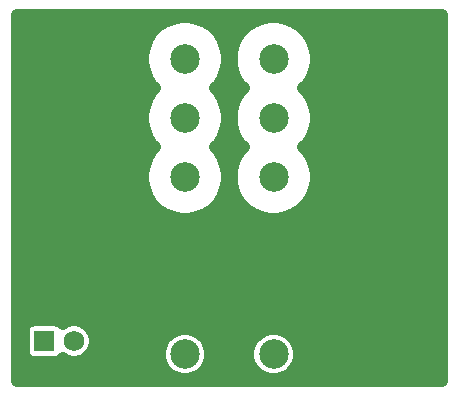
<source format=gbr>
%TF.GenerationSoftware,KiCad,Pcbnew,(5.1.4)-1*%
%TF.CreationDate,2020-02-28T23:00:37+08:00*%
%TF.ProjectId,Relay,52656c61-792e-46b6-9963-61645f706362,rev?*%
%TF.SameCoordinates,Original*%
%TF.FileFunction,Copper,L2,Bot*%
%TF.FilePolarity,Positive*%
%FSLAX46Y46*%
G04 Gerber Fmt 4.6, Leading zero omitted, Abs format (unit mm)*
G04 Created by KiCad (PCBNEW (5.1.4)-1) date 2020-02-28 23:00:37*
%MOMM*%
%LPD*%
G04 APERTURE LIST*
%ADD10C,1.750000*%
%ADD11R,1.750000X1.750000*%
%ADD12C,0.800000*%
%ADD13C,6.000000*%
%ADD14C,2.500000*%
%ADD15C,1.000000*%
%ADD16C,0.350000*%
G04 APERTURE END LIST*
D10*
X70600000Y-67900000D03*
D11*
X68100000Y-67900000D03*
D12*
X97556810Y-59812500D03*
X97556810Y-62187500D03*
X95500000Y-63375000D03*
X93443190Y-62187500D03*
X93443190Y-59812500D03*
X95500000Y-58625000D03*
D13*
X95500000Y-61000000D03*
D12*
X74056810Y-59812500D03*
X74056810Y-62187500D03*
X72000000Y-63375000D03*
X69943190Y-62187500D03*
X69943190Y-59812500D03*
X72000000Y-58625000D03*
D13*
X72000000Y-61000000D03*
D14*
X87500000Y-44000000D03*
X87500000Y-49000000D03*
X87500000Y-54000000D03*
X80000000Y-44000000D03*
X80000000Y-49000000D03*
X80000000Y-54000000D03*
X87500000Y-69000000D03*
X80000000Y-69000000D03*
D12*
X75500000Y-43000000D03*
X75500000Y-45500000D03*
X75500000Y-40500000D03*
X73500000Y-43000000D03*
X71500000Y-43000000D03*
X69500000Y-43000000D03*
X67500000Y-43000000D03*
X66000000Y-43000000D03*
X73500000Y-40500000D03*
X71500000Y-40500000D03*
X69500000Y-40500000D03*
X67500000Y-40500000D03*
X66000000Y-40500000D03*
X73500000Y-45500000D03*
X71500000Y-45500000D03*
X69500000Y-45500000D03*
X67500000Y-45500000D03*
X66000000Y-45500000D03*
X66000000Y-48000000D03*
X66000000Y-50500000D03*
X66000000Y-53000000D03*
X67500000Y-53000000D03*
X69500000Y-53000000D03*
X71500000Y-53000000D03*
X73500000Y-53000000D03*
X75500000Y-53000000D03*
X75500000Y-55500000D03*
X73500000Y-55500000D03*
X71500000Y-55500000D03*
X69500000Y-55500000D03*
X67500000Y-55500000D03*
X66000000Y-55500000D03*
X66000000Y-58000000D03*
X67500000Y-58000000D03*
X75500000Y-58000000D03*
X91500000Y-40500000D03*
X93500000Y-40500000D03*
X95500000Y-40500000D03*
X97500000Y-40500000D03*
X99500000Y-40500000D03*
X101500000Y-40500000D03*
X101500000Y-43000000D03*
X101500000Y-45500000D03*
X101500000Y-47500000D03*
X99500000Y-47500000D03*
X97500000Y-47500000D03*
X95500000Y-47500000D03*
X93500000Y-47500000D03*
X91500000Y-47500000D03*
X91500000Y-50000000D03*
X93500000Y-50000000D03*
X95500000Y-50000000D03*
X97500000Y-50000000D03*
X99500000Y-50000000D03*
X101500000Y-50000000D03*
X101500000Y-52500000D03*
X101500000Y-55000000D03*
X101500000Y-57500000D03*
X99500000Y-57500000D03*
X97500000Y-57500000D03*
X95500000Y-57500000D03*
X93500000Y-57500000D03*
X91500000Y-57500000D03*
X91500000Y-60000000D03*
X99500000Y-60000000D03*
X101500000Y-60000000D03*
X66000000Y-60500000D03*
X66000000Y-63000000D03*
X67500000Y-60500000D03*
X67500000Y-63000000D03*
X75500000Y-63000000D03*
X69500000Y-58000000D03*
X73500000Y-58000000D03*
X75500000Y-60500000D03*
X91500000Y-63000000D03*
X99500000Y-63000000D03*
X101500000Y-63000000D03*
X77500000Y-40500000D03*
X79500000Y-40500000D03*
X81500000Y-40500000D03*
X83500000Y-40500000D03*
X85500000Y-40500000D03*
X87500000Y-40500000D03*
X89500000Y-40500000D03*
X77500000Y-58000000D03*
X79500000Y-58000000D03*
X81500000Y-58000000D03*
X83500000Y-58000000D03*
X85500000Y-58000000D03*
X87500000Y-58000000D03*
X89500000Y-58000000D03*
X77500000Y-60500000D03*
X79500000Y-60500000D03*
X81500000Y-60500000D03*
X83500000Y-60500000D03*
X85500000Y-60500000D03*
X87500000Y-60500000D03*
X89500000Y-60500000D03*
X89500000Y-63000000D03*
X87500000Y-63000000D03*
X85500000Y-63000000D03*
X83500000Y-63000000D03*
X81500000Y-63000000D03*
X79500000Y-63000000D03*
X77500000Y-63000000D03*
D15*
G36*
X101740001Y-71240000D02*
G01*
X65760000Y-71240000D01*
X65760000Y-67025000D01*
X66339738Y-67025000D01*
X66339738Y-68775000D01*
X66356748Y-68947706D01*
X66407125Y-69113775D01*
X66488932Y-69266825D01*
X66599025Y-69400975D01*
X66733175Y-69511068D01*
X66886225Y-69592875D01*
X67052294Y-69643252D01*
X67225000Y-69660262D01*
X68975000Y-69660262D01*
X69147706Y-69643252D01*
X69313775Y-69592875D01*
X69466825Y-69511068D01*
X69600975Y-69400975D01*
X69630963Y-69364434D01*
X69768222Y-69456147D01*
X70087794Y-69588518D01*
X70427049Y-69656000D01*
X70772951Y-69656000D01*
X71112206Y-69588518D01*
X71431778Y-69456147D01*
X71719385Y-69263975D01*
X71963975Y-69019385D01*
X72117167Y-68790115D01*
X77869000Y-68790115D01*
X77869000Y-69209885D01*
X77950893Y-69621590D01*
X78111532Y-70009407D01*
X78344744Y-70358433D01*
X78641567Y-70655256D01*
X78990593Y-70888468D01*
X79378410Y-71049107D01*
X79790115Y-71131000D01*
X80209885Y-71131000D01*
X80621590Y-71049107D01*
X81009407Y-70888468D01*
X81358433Y-70655256D01*
X81655256Y-70358433D01*
X81888468Y-70009407D01*
X82049107Y-69621590D01*
X82131000Y-69209885D01*
X82131000Y-68790115D01*
X85369000Y-68790115D01*
X85369000Y-69209885D01*
X85450893Y-69621590D01*
X85611532Y-70009407D01*
X85844744Y-70358433D01*
X86141567Y-70655256D01*
X86490593Y-70888468D01*
X86878410Y-71049107D01*
X87290115Y-71131000D01*
X87709885Y-71131000D01*
X88121590Y-71049107D01*
X88509407Y-70888468D01*
X88858433Y-70655256D01*
X89155256Y-70358433D01*
X89388468Y-70009407D01*
X89549107Y-69621590D01*
X89631000Y-69209885D01*
X89631000Y-68790115D01*
X89549107Y-68378410D01*
X89388468Y-67990593D01*
X89155256Y-67641567D01*
X88858433Y-67344744D01*
X88509407Y-67111532D01*
X88121590Y-66950893D01*
X87709885Y-66869000D01*
X87290115Y-66869000D01*
X86878410Y-66950893D01*
X86490593Y-67111532D01*
X86141567Y-67344744D01*
X85844744Y-67641567D01*
X85611532Y-67990593D01*
X85450893Y-68378410D01*
X85369000Y-68790115D01*
X82131000Y-68790115D01*
X82049107Y-68378410D01*
X81888468Y-67990593D01*
X81655256Y-67641567D01*
X81358433Y-67344744D01*
X81009407Y-67111532D01*
X80621590Y-66950893D01*
X80209885Y-66869000D01*
X79790115Y-66869000D01*
X79378410Y-66950893D01*
X78990593Y-67111532D01*
X78641567Y-67344744D01*
X78344744Y-67641567D01*
X78111532Y-67990593D01*
X77950893Y-68378410D01*
X77869000Y-68790115D01*
X72117167Y-68790115D01*
X72156147Y-68731778D01*
X72288518Y-68412206D01*
X72356000Y-68072951D01*
X72356000Y-67727049D01*
X72288518Y-67387794D01*
X72156147Y-67068222D01*
X71963975Y-66780615D01*
X71719385Y-66536025D01*
X71431778Y-66343853D01*
X71112206Y-66211482D01*
X70772951Y-66144000D01*
X70427049Y-66144000D01*
X70087794Y-66211482D01*
X69768222Y-66343853D01*
X69630963Y-66435566D01*
X69600975Y-66399025D01*
X69466825Y-66288932D01*
X69313775Y-66207125D01*
X69147706Y-66156748D01*
X68975000Y-66139738D01*
X67225000Y-66139738D01*
X67052294Y-66156748D01*
X66886225Y-66207125D01*
X66733175Y-66288932D01*
X66599025Y-66399025D01*
X66488932Y-66533175D01*
X66407125Y-66686225D01*
X66356748Y-66852294D01*
X66339738Y-67025000D01*
X65760000Y-67025000D01*
X65760000Y-43650356D01*
X76450000Y-43650356D01*
X76450000Y-44349644D01*
X76586424Y-45035497D01*
X76854031Y-45681556D01*
X77242535Y-46262993D01*
X77479542Y-46500000D01*
X77242535Y-46737007D01*
X76854031Y-47318444D01*
X76586424Y-47964503D01*
X76450000Y-48650356D01*
X76450000Y-49349644D01*
X76586424Y-50035497D01*
X76854031Y-50681556D01*
X77242535Y-51262993D01*
X77479542Y-51500000D01*
X77242535Y-51737007D01*
X76854031Y-52318444D01*
X76586424Y-52964503D01*
X76450000Y-53650356D01*
X76450000Y-54349644D01*
X76586424Y-55035497D01*
X76854031Y-55681556D01*
X77242535Y-56262993D01*
X77737007Y-56757465D01*
X78318444Y-57145969D01*
X78964503Y-57413576D01*
X79650356Y-57550000D01*
X80349644Y-57550000D01*
X81035497Y-57413576D01*
X81681556Y-57145969D01*
X82262993Y-56757465D01*
X82757465Y-56262993D01*
X83145969Y-55681556D01*
X83413576Y-55035497D01*
X83550000Y-54349644D01*
X83550000Y-53650356D01*
X83413576Y-52964503D01*
X83145969Y-52318444D01*
X82757465Y-51737007D01*
X82520458Y-51500000D01*
X82757465Y-51262993D01*
X83145969Y-50681556D01*
X83413576Y-50035497D01*
X83550000Y-49349644D01*
X83550000Y-48650356D01*
X83413576Y-47964503D01*
X83145969Y-47318444D01*
X82757465Y-46737007D01*
X82520458Y-46500000D01*
X82757465Y-46262993D01*
X83145969Y-45681556D01*
X83413576Y-45035497D01*
X83550000Y-44349644D01*
X83550000Y-43650356D01*
X83950000Y-43650356D01*
X83950000Y-44349644D01*
X84086424Y-45035497D01*
X84354031Y-45681556D01*
X84742535Y-46262993D01*
X84979542Y-46500000D01*
X84742535Y-46737007D01*
X84354031Y-47318444D01*
X84086424Y-47964503D01*
X83950000Y-48650356D01*
X83950000Y-49349644D01*
X84086424Y-50035497D01*
X84354031Y-50681556D01*
X84742535Y-51262993D01*
X84979542Y-51500000D01*
X84742535Y-51737007D01*
X84354031Y-52318444D01*
X84086424Y-52964503D01*
X83950000Y-53650356D01*
X83950000Y-54349644D01*
X84086424Y-55035497D01*
X84354031Y-55681556D01*
X84742535Y-56262993D01*
X85237007Y-56757465D01*
X85818444Y-57145969D01*
X86464503Y-57413576D01*
X87150356Y-57550000D01*
X87849644Y-57550000D01*
X88535497Y-57413576D01*
X89181556Y-57145969D01*
X89762993Y-56757465D01*
X90257465Y-56262993D01*
X90645969Y-55681556D01*
X90913576Y-55035497D01*
X91050000Y-54349644D01*
X91050000Y-53650356D01*
X90913576Y-52964503D01*
X90645969Y-52318444D01*
X90257465Y-51737007D01*
X90020458Y-51500000D01*
X90257465Y-51262993D01*
X90645969Y-50681556D01*
X90913576Y-50035497D01*
X91050000Y-49349644D01*
X91050000Y-48650356D01*
X90913576Y-47964503D01*
X90645969Y-47318444D01*
X90257465Y-46737007D01*
X90020458Y-46500000D01*
X90257465Y-46262993D01*
X90645969Y-45681556D01*
X90913576Y-45035497D01*
X91050000Y-44349644D01*
X91050000Y-43650356D01*
X90913576Y-42964503D01*
X90645969Y-42318444D01*
X90257465Y-41737007D01*
X89762993Y-41242535D01*
X89181556Y-40854031D01*
X88535497Y-40586424D01*
X87849644Y-40450000D01*
X87150356Y-40450000D01*
X86464503Y-40586424D01*
X85818444Y-40854031D01*
X85237007Y-41242535D01*
X84742535Y-41737007D01*
X84354031Y-42318444D01*
X84086424Y-42964503D01*
X83950000Y-43650356D01*
X83550000Y-43650356D01*
X83413576Y-42964503D01*
X83145969Y-42318444D01*
X82757465Y-41737007D01*
X82262993Y-41242535D01*
X81681556Y-40854031D01*
X81035497Y-40586424D01*
X80349644Y-40450000D01*
X79650356Y-40450000D01*
X78964503Y-40586424D01*
X78318444Y-40854031D01*
X77737007Y-41242535D01*
X77242535Y-41737007D01*
X76854031Y-42318444D01*
X76586424Y-42964503D01*
X76450000Y-43650356D01*
X65760000Y-43650356D01*
X65760000Y-40260000D01*
X101740000Y-40260000D01*
X101740001Y-71240000D01*
X101740001Y-71240000D01*
G37*
X101740001Y-71240000D02*
X65760000Y-71240000D01*
X65760000Y-67025000D01*
X66339738Y-67025000D01*
X66339738Y-68775000D01*
X66356748Y-68947706D01*
X66407125Y-69113775D01*
X66488932Y-69266825D01*
X66599025Y-69400975D01*
X66733175Y-69511068D01*
X66886225Y-69592875D01*
X67052294Y-69643252D01*
X67225000Y-69660262D01*
X68975000Y-69660262D01*
X69147706Y-69643252D01*
X69313775Y-69592875D01*
X69466825Y-69511068D01*
X69600975Y-69400975D01*
X69630963Y-69364434D01*
X69768222Y-69456147D01*
X70087794Y-69588518D01*
X70427049Y-69656000D01*
X70772951Y-69656000D01*
X71112206Y-69588518D01*
X71431778Y-69456147D01*
X71719385Y-69263975D01*
X71963975Y-69019385D01*
X72117167Y-68790115D01*
X77869000Y-68790115D01*
X77869000Y-69209885D01*
X77950893Y-69621590D01*
X78111532Y-70009407D01*
X78344744Y-70358433D01*
X78641567Y-70655256D01*
X78990593Y-70888468D01*
X79378410Y-71049107D01*
X79790115Y-71131000D01*
X80209885Y-71131000D01*
X80621590Y-71049107D01*
X81009407Y-70888468D01*
X81358433Y-70655256D01*
X81655256Y-70358433D01*
X81888468Y-70009407D01*
X82049107Y-69621590D01*
X82131000Y-69209885D01*
X82131000Y-68790115D01*
X85369000Y-68790115D01*
X85369000Y-69209885D01*
X85450893Y-69621590D01*
X85611532Y-70009407D01*
X85844744Y-70358433D01*
X86141567Y-70655256D01*
X86490593Y-70888468D01*
X86878410Y-71049107D01*
X87290115Y-71131000D01*
X87709885Y-71131000D01*
X88121590Y-71049107D01*
X88509407Y-70888468D01*
X88858433Y-70655256D01*
X89155256Y-70358433D01*
X89388468Y-70009407D01*
X89549107Y-69621590D01*
X89631000Y-69209885D01*
X89631000Y-68790115D01*
X89549107Y-68378410D01*
X89388468Y-67990593D01*
X89155256Y-67641567D01*
X88858433Y-67344744D01*
X88509407Y-67111532D01*
X88121590Y-66950893D01*
X87709885Y-66869000D01*
X87290115Y-66869000D01*
X86878410Y-66950893D01*
X86490593Y-67111532D01*
X86141567Y-67344744D01*
X85844744Y-67641567D01*
X85611532Y-67990593D01*
X85450893Y-68378410D01*
X85369000Y-68790115D01*
X82131000Y-68790115D01*
X82049107Y-68378410D01*
X81888468Y-67990593D01*
X81655256Y-67641567D01*
X81358433Y-67344744D01*
X81009407Y-67111532D01*
X80621590Y-66950893D01*
X80209885Y-66869000D01*
X79790115Y-66869000D01*
X79378410Y-66950893D01*
X78990593Y-67111532D01*
X78641567Y-67344744D01*
X78344744Y-67641567D01*
X78111532Y-67990593D01*
X77950893Y-68378410D01*
X77869000Y-68790115D01*
X72117167Y-68790115D01*
X72156147Y-68731778D01*
X72288518Y-68412206D01*
X72356000Y-68072951D01*
X72356000Y-67727049D01*
X72288518Y-67387794D01*
X72156147Y-67068222D01*
X71963975Y-66780615D01*
X71719385Y-66536025D01*
X71431778Y-66343853D01*
X71112206Y-66211482D01*
X70772951Y-66144000D01*
X70427049Y-66144000D01*
X70087794Y-66211482D01*
X69768222Y-66343853D01*
X69630963Y-66435566D01*
X69600975Y-66399025D01*
X69466825Y-66288932D01*
X69313775Y-66207125D01*
X69147706Y-66156748D01*
X68975000Y-66139738D01*
X67225000Y-66139738D01*
X67052294Y-66156748D01*
X66886225Y-66207125D01*
X66733175Y-66288932D01*
X66599025Y-66399025D01*
X66488932Y-66533175D01*
X66407125Y-66686225D01*
X66356748Y-66852294D01*
X66339738Y-67025000D01*
X65760000Y-67025000D01*
X65760000Y-43650356D01*
X76450000Y-43650356D01*
X76450000Y-44349644D01*
X76586424Y-45035497D01*
X76854031Y-45681556D01*
X77242535Y-46262993D01*
X77479542Y-46500000D01*
X77242535Y-46737007D01*
X76854031Y-47318444D01*
X76586424Y-47964503D01*
X76450000Y-48650356D01*
X76450000Y-49349644D01*
X76586424Y-50035497D01*
X76854031Y-50681556D01*
X77242535Y-51262993D01*
X77479542Y-51500000D01*
X77242535Y-51737007D01*
X76854031Y-52318444D01*
X76586424Y-52964503D01*
X76450000Y-53650356D01*
X76450000Y-54349644D01*
X76586424Y-55035497D01*
X76854031Y-55681556D01*
X77242535Y-56262993D01*
X77737007Y-56757465D01*
X78318444Y-57145969D01*
X78964503Y-57413576D01*
X79650356Y-57550000D01*
X80349644Y-57550000D01*
X81035497Y-57413576D01*
X81681556Y-57145969D01*
X82262993Y-56757465D01*
X82757465Y-56262993D01*
X83145969Y-55681556D01*
X83413576Y-55035497D01*
X83550000Y-54349644D01*
X83550000Y-53650356D01*
X83413576Y-52964503D01*
X83145969Y-52318444D01*
X82757465Y-51737007D01*
X82520458Y-51500000D01*
X82757465Y-51262993D01*
X83145969Y-50681556D01*
X83413576Y-50035497D01*
X83550000Y-49349644D01*
X83550000Y-48650356D01*
X83413576Y-47964503D01*
X83145969Y-47318444D01*
X82757465Y-46737007D01*
X82520458Y-46500000D01*
X82757465Y-46262993D01*
X83145969Y-45681556D01*
X83413576Y-45035497D01*
X83550000Y-44349644D01*
X83550000Y-43650356D01*
X83950000Y-43650356D01*
X83950000Y-44349644D01*
X84086424Y-45035497D01*
X84354031Y-45681556D01*
X84742535Y-46262993D01*
X84979542Y-46500000D01*
X84742535Y-46737007D01*
X84354031Y-47318444D01*
X84086424Y-47964503D01*
X83950000Y-48650356D01*
X83950000Y-49349644D01*
X84086424Y-50035497D01*
X84354031Y-50681556D01*
X84742535Y-51262993D01*
X84979542Y-51500000D01*
X84742535Y-51737007D01*
X84354031Y-52318444D01*
X84086424Y-52964503D01*
X83950000Y-53650356D01*
X83950000Y-54349644D01*
X84086424Y-55035497D01*
X84354031Y-55681556D01*
X84742535Y-56262993D01*
X85237007Y-56757465D01*
X85818444Y-57145969D01*
X86464503Y-57413576D01*
X87150356Y-57550000D01*
X87849644Y-57550000D01*
X88535497Y-57413576D01*
X89181556Y-57145969D01*
X89762993Y-56757465D01*
X90257465Y-56262993D01*
X90645969Y-55681556D01*
X90913576Y-55035497D01*
X91050000Y-54349644D01*
X91050000Y-53650356D01*
X90913576Y-52964503D01*
X90645969Y-52318444D01*
X90257465Y-51737007D01*
X90020458Y-51500000D01*
X90257465Y-51262993D01*
X90645969Y-50681556D01*
X90913576Y-50035497D01*
X91050000Y-49349644D01*
X91050000Y-48650356D01*
X90913576Y-47964503D01*
X90645969Y-47318444D01*
X90257465Y-46737007D01*
X90020458Y-46500000D01*
X90257465Y-46262993D01*
X90645969Y-45681556D01*
X90913576Y-45035497D01*
X91050000Y-44349644D01*
X91050000Y-43650356D01*
X90913576Y-42964503D01*
X90645969Y-42318444D01*
X90257465Y-41737007D01*
X89762993Y-41242535D01*
X89181556Y-40854031D01*
X88535497Y-40586424D01*
X87849644Y-40450000D01*
X87150356Y-40450000D01*
X86464503Y-40586424D01*
X85818444Y-40854031D01*
X85237007Y-41242535D01*
X84742535Y-41737007D01*
X84354031Y-42318444D01*
X84086424Y-42964503D01*
X83950000Y-43650356D01*
X83550000Y-43650356D01*
X83413576Y-42964503D01*
X83145969Y-42318444D01*
X82757465Y-41737007D01*
X82262993Y-41242535D01*
X81681556Y-40854031D01*
X81035497Y-40586424D01*
X80349644Y-40450000D01*
X79650356Y-40450000D01*
X78964503Y-40586424D01*
X78318444Y-40854031D01*
X77737007Y-41242535D01*
X77242535Y-41737007D01*
X76854031Y-42318444D01*
X76586424Y-42964503D01*
X76450000Y-43650356D01*
X65760000Y-43650356D01*
X65760000Y-40260000D01*
X101740000Y-40260000D01*
X101740001Y-71240000D01*
D16*
X75500000Y-43000000D03*
X75500000Y-45500000D03*
X75500000Y-40500000D03*
X73500000Y-43000000D03*
X71500000Y-43000000D03*
X69500000Y-43000000D03*
X67500000Y-43000000D03*
X66000000Y-43000000D03*
X73500000Y-40500000D03*
X71500000Y-40500000D03*
X69500000Y-40500000D03*
X67500000Y-40500000D03*
X66000000Y-40500000D03*
X73500000Y-45500000D03*
X71500000Y-45500000D03*
X69500000Y-45500000D03*
X67500000Y-45500000D03*
X66000000Y-45500000D03*
X66000000Y-48000000D03*
X66000000Y-50500000D03*
X66000000Y-53000000D03*
X67500000Y-53000000D03*
X69500000Y-53000000D03*
X71500000Y-53000000D03*
X73500000Y-53000000D03*
X75500000Y-53000000D03*
X75500000Y-55500000D03*
X73500000Y-55500000D03*
X71500000Y-55500000D03*
X69500000Y-55500000D03*
X67500000Y-55500000D03*
X66000000Y-55500000D03*
X66000000Y-58000000D03*
X67500000Y-58000000D03*
X75500000Y-58000000D03*
X91500000Y-40500000D03*
X93500000Y-40500000D03*
X95500000Y-40500000D03*
X97500000Y-40500000D03*
X99500000Y-40500000D03*
X101500000Y-40500000D03*
X101500000Y-43000000D03*
X101500000Y-45500000D03*
X101500000Y-47500000D03*
X99500000Y-47500000D03*
X97500000Y-47500000D03*
X95500000Y-47500000D03*
X93500000Y-47500000D03*
X91500000Y-47500000D03*
X91500000Y-50000000D03*
X93500000Y-50000000D03*
X95500000Y-50000000D03*
X97500000Y-50000000D03*
X99500000Y-50000000D03*
X101500000Y-50000000D03*
X101500000Y-52500000D03*
X101500000Y-55000000D03*
X101500000Y-57500000D03*
X99500000Y-57500000D03*
X97500000Y-57500000D03*
X95500000Y-57500000D03*
X93500000Y-57500000D03*
X91500000Y-57500000D03*
X91500000Y-60000000D03*
X99500000Y-60000000D03*
X101500000Y-60000000D03*
X66000000Y-60500000D03*
X66000000Y-63000000D03*
X67500000Y-60500000D03*
X67500000Y-63000000D03*
X75500000Y-63000000D03*
X69500000Y-58000000D03*
X73500000Y-58000000D03*
X75500000Y-60500000D03*
X91500000Y-63000000D03*
X99500000Y-63000000D03*
X101500000Y-63000000D03*
X77500000Y-40500000D03*
X79500000Y-40500000D03*
X81500000Y-40500000D03*
X83500000Y-40500000D03*
X85500000Y-40500000D03*
X87500000Y-40500000D03*
X89500000Y-40500000D03*
X77500000Y-58000000D03*
X79500000Y-58000000D03*
X81500000Y-58000000D03*
X83500000Y-58000000D03*
X85500000Y-58000000D03*
X87500000Y-58000000D03*
X89500000Y-58000000D03*
X77500000Y-60500000D03*
X79500000Y-60500000D03*
X81500000Y-60500000D03*
X83500000Y-60500000D03*
X85500000Y-60500000D03*
X87500000Y-60500000D03*
X89500000Y-60500000D03*
X89500000Y-63000000D03*
X87500000Y-63000000D03*
X85500000Y-63000000D03*
X83500000Y-63000000D03*
X81500000Y-63000000D03*
X79500000Y-63000000D03*
X77500000Y-63000000D03*
X70600000Y-67900000D03*
X68100000Y-67900000D03*
X97556810Y-59812500D03*
X97556810Y-62187500D03*
X95500000Y-63375000D03*
X93443190Y-62187500D03*
X93443190Y-59812500D03*
X95500000Y-58625000D03*
X95500000Y-61000000D03*
X74056810Y-59812500D03*
X74056810Y-62187500D03*
X72000000Y-63375000D03*
X69943190Y-62187500D03*
X69943190Y-59812500D03*
X72000000Y-58625000D03*
X72000000Y-61000000D03*
X87500000Y-44000000D03*
X87500000Y-49000000D03*
X87500000Y-54000000D03*
X80000000Y-44000000D03*
X80000000Y-49000000D03*
X80000000Y-54000000D03*
X87500000Y-69000000D03*
X80000000Y-69000000D03*
M02*

</source>
